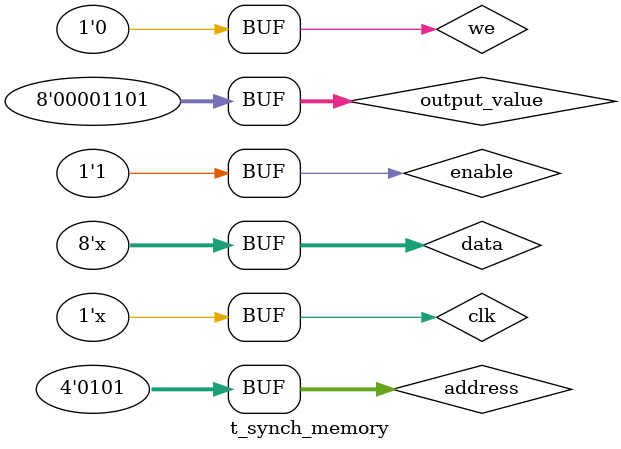
<source format=v>
`timescale 1ns / 1ps


module t_synch_memory;

	// Inputs
	reg enable;
	reg we;
	reg clk;
	reg [3:0] address;

	// Bidirs
	wire [7:0] data;
	
	reg [7:0] output_value;
	
	assign data = (we)? output_value : 8'hzz;
	// Instantiate the Unit Under Test (UUT)
	synch_memory uut (
		.enable(enable), 
		.we(we), 
		.clk(clk), 
		.address(address), 
		.data(data)
	);

	always begin
     #5  clk = ~clk; // Toggle clock every 5 ticks
   end

	initial begin
		// Initialize Inputs
		enable = 0;
		we = 0;
		clk = 0;
		address = 0;

		// Wait 100 ns for global reset to finish
		#100;
		enable = 1;
		we = 1;
		address = 4'h0;
		output_value = 8'h01;

		#100;
		address = 4'h1;
		output_value = 8'h02;

		#100;
		address = 4'h2;
		output_value = 8'h03;

		#100;
		address = 4'h3;
		output_value = 8'h05;

		#100;
		address = 4'h4;
		output_value = 8'h08;

		#100;
		address = 4'h5;
		output_value = 8'h0D;

// Now reading

		#100;
		we = 0;
		address = 4'h0;

		#100;
		address = 4'h1;

		#100;
		address = 4'h2;

		#100;
		address = 4'h3;

		#100;
		address = 4'h4;

		#100;
		address = 4'h5;
	end
      
endmodule


</source>
